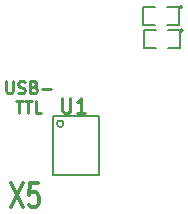
<source format=gto>
G04 (created by PCBNEW (2013-04-19 BZR 4011)-stable) date 27/09/2013 13:49:53*
%MOIN*%
G04 Gerber Fmt 3.4, Leading zero omitted, Abs format*
%FSLAX34Y34*%
G01*
G70*
G90*
G04 APERTURE LIST*
%ADD10C,2.3622e-006*%
%ADD11C,0.01*%
%ADD12C,0.012*%
%ADD13C,0.005*%
G04 APERTURE END LIST*
G54D10*
G54D11*
X58847Y-37971D02*
X58847Y-38295D01*
X58866Y-38333D01*
X58885Y-38352D01*
X58923Y-38371D01*
X59000Y-38371D01*
X59038Y-38352D01*
X59057Y-38333D01*
X59076Y-38295D01*
X59076Y-37971D01*
X59247Y-38352D02*
X59304Y-38371D01*
X59400Y-38371D01*
X59438Y-38352D01*
X59457Y-38333D01*
X59476Y-38295D01*
X59476Y-38257D01*
X59457Y-38219D01*
X59438Y-38200D01*
X59400Y-38181D01*
X59323Y-38162D01*
X59285Y-38143D01*
X59266Y-38124D01*
X59247Y-38086D01*
X59247Y-38048D01*
X59266Y-38010D01*
X59285Y-37990D01*
X59323Y-37971D01*
X59419Y-37971D01*
X59476Y-37990D01*
X59780Y-38162D02*
X59838Y-38181D01*
X59857Y-38200D01*
X59876Y-38238D01*
X59876Y-38295D01*
X59857Y-38333D01*
X59838Y-38352D01*
X59800Y-38371D01*
X59647Y-38371D01*
X59647Y-37971D01*
X59780Y-37971D01*
X59819Y-37990D01*
X59838Y-38010D01*
X59857Y-38048D01*
X59857Y-38086D01*
X59838Y-38124D01*
X59819Y-38143D01*
X59780Y-38162D01*
X59647Y-38162D01*
X60047Y-38219D02*
X60352Y-38219D01*
X59171Y-38631D02*
X59400Y-38631D01*
X59285Y-39031D02*
X59285Y-38631D01*
X59476Y-38631D02*
X59704Y-38631D01*
X59590Y-39031D02*
X59590Y-38631D01*
X60028Y-39031D02*
X59838Y-39031D01*
X59838Y-38631D01*
G54D12*
X59004Y-41363D02*
X59404Y-42163D01*
X59404Y-41363D02*
X59004Y-42163D01*
X59918Y-41363D02*
X59632Y-41363D01*
X59604Y-41744D01*
X59632Y-41706D01*
X59690Y-41668D01*
X59832Y-41668D01*
X59890Y-41706D01*
X59918Y-41744D01*
X59947Y-41820D01*
X59947Y-42011D01*
X59918Y-42087D01*
X59890Y-42125D01*
X59832Y-42163D01*
X59690Y-42163D01*
X59632Y-42125D01*
X59604Y-42087D01*
G54D13*
X64740Y-36270D02*
G75*
G03X64740Y-36270I-50J0D01*
G74*
G01*
X64240Y-36270D02*
X64640Y-36270D01*
X64640Y-36270D02*
X64640Y-36870D01*
X64640Y-36870D02*
X64240Y-36870D01*
X63840Y-36870D02*
X63440Y-36870D01*
X63440Y-36870D02*
X63440Y-36270D01*
X63440Y-36270D02*
X63840Y-36270D01*
X64730Y-35490D02*
G75*
G03X64730Y-35490I-50J0D01*
G74*
G01*
X64230Y-35490D02*
X64630Y-35490D01*
X64630Y-35490D02*
X64630Y-36090D01*
X64630Y-36090D02*
X64230Y-36090D01*
X63830Y-36090D02*
X63430Y-36090D01*
X63430Y-36090D02*
X63430Y-35490D01*
X63430Y-35490D02*
X63830Y-35490D01*
X60405Y-39135D02*
X60405Y-41085D01*
X60405Y-41085D02*
X61955Y-41085D01*
X61955Y-41085D02*
X61955Y-39135D01*
X61955Y-39135D02*
X60405Y-39135D01*
X60766Y-39385D02*
G75*
G03X60766Y-39385I-111J0D01*
G74*
G01*
G54D11*
X60709Y-38532D02*
X60709Y-38937D01*
X60732Y-38984D01*
X60756Y-39008D01*
X60804Y-39032D01*
X60899Y-39032D01*
X60947Y-39008D01*
X60970Y-38984D01*
X60994Y-38937D01*
X60994Y-38532D01*
X61494Y-39032D02*
X61209Y-39032D01*
X61351Y-39032D02*
X61351Y-38532D01*
X61304Y-38603D01*
X61256Y-38651D01*
X61209Y-38675D01*
M02*

</source>
